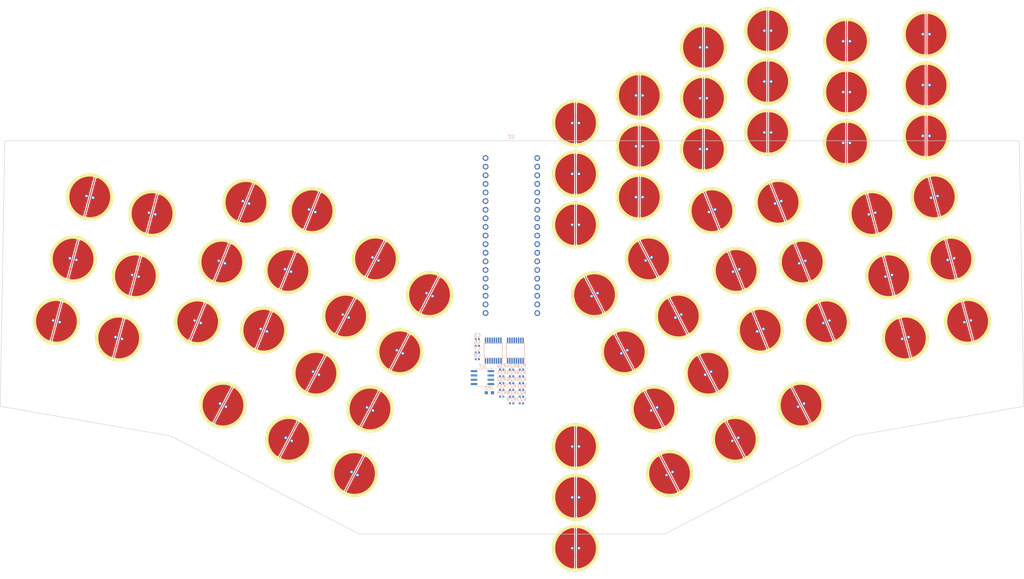
<source format=kicad_pcb>
(kicad_pcb (version 20240108) (generator "pcbnew") (generator_version "8.0")
  (title_block (title "toprebox_prototype") (rev "v1.0.0") (company "Unknown"))
  (layers (0 "F.Cu" signal) (31 "B.Cu" signal) (34 "B.Paste" user) (35 "F.Paste" user) (36 "B.SilkS" user "B.Silkscreen") (37 "F.SilkS" user "F.Silkscreen") (38 "B.Mask" user) (39 "F.Mask" user) (44 "Edge.Cuts" user))
  (net 0 "")
  (net 1 "outerpinky_bottom")
  (net 2 "outerpinky_home")
  (net 3 "outerpinky_top")
  (net 4 "pinky_bottom")
  (net 5 "pinky_home")
  (net 6 "pinky_top")
  (net 7 "ring_bottom")
  (net 8 "ring_home")
  (net 9 "ring_top")
  (net 10 "middle_bottom")
  (net 11 "middle_home")
  (net 12 "middle_top")
  (net 13 "index_bottom")
  (net 14 "index_home")
  (net 15 "index_top")
  (net 16 "inner_bottom")
  (net 17 "inner_home")
  (net 18 "inner_top")
  (net 19 "outer_default")
  (net 20 "middle_default")
  (net 21 "home_default")
  (net 22 "GND")
  (net 23 "+3V3")
  (net 24 "APLEX_OUT_PIN_0")
  (net 25 "Net-(JP2-B)")
  (net 26 "ADC")
  (net 27 "Net-(U5-A0)")
  (net 28 "Net-(U5-A1)")
  (net 29 "Net-(U5-A2)")
  (net 30 "Net-(U5-A3)")
  (net 31 "Net-(U6-A0)")
  (net 32 "Net-(U5-A4)")
  (net 33 "Net-(U6-A1)")
  (net 34 "Net-(U5-A5)")
  (net 35 "Net-(U6-A2)")
  (net 36 "Net-(U5-A6)")
  (net 37 "Net-(U6-A3)")
  (net 38 "Net-(U5-A7)")
  (net 39 "Net-(U6-A5)")
  (net 40 "Net-(U6-A6)")
  (net 41 "Net-(U6-A7)")
  (net 42 "Net-(SW_EC1-Pad1)")
  (net 43 "Net-(SW_EC1-Pad2)")
  (net 44 "Net-(SW_EC11-Pad1)")
  (net 45 "Net-(SW_EC10-Pad1)")
  (net 46 "Net-(SW_EC4-Pad2)")
  (net 47 "Net-(SW_EC7-Pad2)")
  (net 48 "Net-(SW_EC10-Pad2)")
  (net 49 "Net-(SW_EC13-Pad2)")
  (net 50 "Net-(SW_EC16-Pad2)")
  (net 51 "Net-(SW_EC19-Pad1)")
  (net 52 "Net-(SW_EC22-Pad2)")
  (net 53 "Net-(SW_EC25-Pad2)")
  (net 54 "Net-(SW_EC28-Pad2)")
  (net 55 "Net-(SW_EC31-Pad2)")
  (net 56 "Net-(SW_EC35-Pad2)")
  (net 57 "Net-(SW_EC39-Pad2)")
  (net 96 "AMUX_SEL_1")
  (net 97 "AMUX_SEL_0")
  (net 98 "AMUX_SEL_2")
  (net 99 "APLEX_EN_PIN_0")
  (net 100 "APLEX_EN_PIN_1")
  (footprint "footprints:Topre" (layer "B.Cu") (at 171.77 -51.62 180)
    (property "Reference" "SW_EC26" (hide yes))
    (property "Value" "Topre" (hide yes))
  )
  (footprint "footprints:Topre" (layer "B.Cu") (at 190.69 -65.8 180)
    (property "Reference" "SW_EC29" (hide yes))
    (property "Value" "Topre" (hide yes))
  )
  (footprint "footprints:Topre" (layer "B.Cu") (at 152.99 -58.48 180)
    (property "Reference" "SW_EC22" (hide yes))
    (property "Value" "Topre" (hide yes))
  )
  (footprint "footprints:Topre" (layer "B.Cu") (at 219.454059 24.715564 -152.5)
    (property "Reference" "S19" (hide yes))
    (property "Value" "" (hide yes))
  )
  (footprint "footprints:Topre" (layer "B.Cu") (at 76.481933 15.300221 152.5)
    (property "Reference" "SW_EC15" (hide yes))
    (property "Value" "Topre" (hide yes))
  )
  (footprint "Resistor_SMD:R_0402_1005Metric" (layer "B.Cu") (at 137.04131 20.21166 180)
    (property "Reference" "R21")
    (property "Value" "100k")
  )
  (footprint "footprints:Topre" (layer "B.Cu") (at 49.089346 24.715564 152.5)
    (property "Reference" "SW_EC19" (hide yes))
    (property "Value" "Topre" (hide yes))
  )
  (footprint "footprints:Topre" (layer "B.Cu") (at 212.684802 -35.095 -158)
    (property "Reference" "S9" (hide yes))
    (property "Value" "" (hide yes))
  )
  (footprint "footprints:Topre" (layer "B.Cu") (at 28.187714 -31.78762 165)
    (property "Reference" "SW_EC4" (hide yes))
    (property "Value" "Topre" (hide yes))
  )
  (footprint "Package_SO:SOIC-8_3.9x4.9mm_P1.27mm" (layer "B.Cu") (at 125.54131 16.60166 180)
    (property "Reference" "U7")
    (property "Value" "OPA350")
  )
  (footprint "footprints:Topre" (layer "B.Cu") (at 171.77 -66.62 180)
    (property "Reference" "SW_EC25" (hide yes))
    (property "Value" "Topre" (hide yes))
  )
  (footprint "footprints:Topre" (layer "B.Cu") (at 0 0 165)
    (property "Reference" "SW_EC1" (hide yes))
    (property "Value" "Topre" (hide yes))
  )
  (footprint "footprints:Topre" (layer "B.Cu") (at 193.195276 -32.613394 -158)
    (property "Reference" "S12" (hide yes))
    (property "Value" "" (hide yes))
  )
  (footprint "Resistor_SMD:R_0402_1005Metric" (layer "B.Cu") (at 137.04131 16.23166 180)
    (property "Reference" "R19")
    (property "Value" "100k")
  )
  (footprint "footprints:Topre" (layer "B.Cu") (at 200.072873 34.804771 -152.5)
    (property "Reference" "S20" (hide yes))
    (property "Value" "" (hide yes))
  )
  (footprint "footprints:Topre" (layer "B.Cu") (at 232.85 -52.61 180)
    (property "Reference" "SW_EC36" (hide yes))
    (property "Value" "Topre" (hide yes))
  )
  (footprint "footprints:Topre" (layer "B.Cu") (at 258.708282 -36.705182 -165)
    (property "Reference" "S3" (hide yes))
    (property "Value" "" (hide yes))
  )
  (footprint "footprints:Topre" (layer "B.Cu") (at 256.31 -69.69 180)
    (property "Reference" "SW_EC38" (hide yes))
    (property "Value" "Topre" (hide yes))
  )
  (footprint "footprints:TSSOP16" (layer "B.Cu") (at 135.24 8.64 180)
    (property "Reference" "U5")
    (property "Value" "74HC4051")
  )
  (footprint "footprints:Topre" (layer "B.Cu") (at 87.85172 44.893978 152.5)
    (property "Reference" "SW_EC21" (hide yes))
    (property "Value" "Topre" (hide yes))
  )
  (footprint "footprints:Topre" (layer "B.Cu") (at 101.184865 8.994261 152.5)
    (property "Reference" "SW_EC17" (hide yes))
    (property "Value" "Topre" (hide yes))
  )
  (footprint "footprints:Topre" (layer "B.Cu") (at 68.470533 34.804771 152.5)
    (property "Reference" "SW_EC20" (hide yes))
    (property "Value" "Topre" (hide yes))
  )
  (footprint "Capacitor_SMD:C_0402_1005Metric" (layer "B.Cu") (at 124.04131 7.23166 180)
    (property "Reference" "C6")
    (property "Value" "100n")
  )
  (footprint "footprints:Topre" (layer "B.Cu") (at 176.131764 25.847467 -152.5)
    (property "Reference" "S16" (hide yes))
    (property "Value" "" (hide yes))
  )
  (footprint "footprints:Topre" (layer "B.Cu") (at 174.515025 -18.406191 -152.5)
    (property "Reference" "S15" (hide yes))
    (property "Value" "" (hide yes))
  )
  (footprint "Resistor_SMD:R_0402_1005Metric" (layer "B.Cu") (at 134.13131 18.22166 180)
    (property "Reference" "R26")
    (property "Value" "100k")
  )
  (footprint "footprints:Topre" (layer "B.Cu") (at 256.31 -84.69 180)
    (property "Reference" "SW_EC37" (hide yes))
    (property "Value" "Topre" (hide yes))
  )
  (footprint "Resistor_SMD:R_0402_1005Metric" (layer "B.Cu") (at 134.13131 22.20166 180)
    (property "Reference" "R28")
    (property "Value" "100k")
  )
  (footprint "footprints:Topre" (layer "B.Cu") (at 171.77 -36.62 180)
    (property "Reference" "SW_EC27" (hide yes))
    (property "Value" "Topre" (hide yes))
  )
  (footprint "footprints:Topre" (layer "B.Cu") (at 23.270152 -13.435029 165)
    (property "Reference" "SW_EC5" (hide yes))
    (property "Value" "Topre" (hide yes))
  )
  (footprint "footprints:Topre" (layer "B.Cu") (at 209.62 -85.72 180)
    (property "Reference" "SW_EC31" (hide yes))
    (property "Value" "Topre" (hide yes))
  )
  (footprint "footprints:Topre" (layer "B.Cu") (at 158.585316 -7.858945 -152.5)
    (property "Reference" "S18" (hide yes))
    (property "Value" "" (hide yes))
  )
  (footprint "footprints:Topre" (layer "B.Cu") (at 207.430326 2.619593 -158)
    (property "Reference" "S10" (hide yes))
    (property "Value" "" (hide yes))
  )
  (footprint "Resistor_SMD:R_0402_1005Metric" (layer "B.Cu") (at 137.04131 14.24166 180)
    (property "Reference" "R18")
    (property "Value" "100k")
  )
  (footprint "footprints:Topre" (layer "B.Cu") (at 183.288249 -1.552985 -152.5)
    (property "Reference" "S14" (hide yes))
    (property "Value" "" (hide yes))
  )
  (footprint "footprints:Topre" (layer "B.Cu") (at 240.355691 -31.78762 -165)
    (property "Reference" "S6" (hide yes))
    (property "Value" "" (hide yes))
  )
  (footprint "footprints:Topre" (layer "B.Cu") (at 4.917562 -18.352591 165)
    (property "Reference" "SW_EC2" (hide yes))
    (property "Value" "Topre" (hide yes))
  )
  (footprint "Resistor_SMD:R_0402_1005Metric" (layer "B.Cu") (at 131.22131 16.23166 180)
    (property "Reference" "R31")
    (property "Value" "100k")
  )
  (footprint "footprints:Topre" (layer "B.Cu") (at 190.69 -80.8 180)
    (property "Reference" "SW_EC28" (hide yes))
    (property "Value" "Topre" (hide yes))
  )
  (footprint "footprints:Topre" (layer "B.Cu") (at 268.543406 0 -165)
    (property "Reference" "S1" (hide yes))
    (property "Value" "" (hide yes))
  )
  (footprint "footprints:Topre" (layer "B.Cu") (at 153 51.93 180)
    (property "Reference" "SW_EC41" (hide yes))
    (property "Value" "Topre" (hide yes))
  )
  (footprint "footprints:Topre" (layer "B.Cu") (at 167.35854 8.994261 -152.5)
    (property "Reference" "S17" (hide yes))
    (property "Value" "" (hide yes))
  )
  (footprint "footprints:Topre" (layer "B.Cu") (at 263.625844 -18.352591 -165)
    (property "Reference" "S2" (hide yes))
    (property "Value" "" (hide yes))
  )
  (footprint "Resistor_SMD:R_0603_1608Metric_Pad0.98x0.95mm_HandSolder" (layer "B.Cu") (at 127.59131 21.08166 180)
    (property "Reference" "JP2")
    (property "Value" "Ext_Res")
  )
  (footprint "footprints:Topre" (layer "B.Cu") (at 48.741078 -17.478507 158)
    (property "Reference" "SW_EC8" (hide yes))
    (property "Value" "Topre" (hide yes))
  )
  (footprint "footprints:Topre" (layer "B.Cu") (at 200.312801 -14.9969 -158)
    (property "Reference" "S11" (hide yes))
    (property "Value" "" (hide yes))
  )
  (footprint "footprints:Topre" (layer "B.Cu") (at 85.255157 -1.552985 152.5)
    (property "Reference" "SW_EC14" (hide yes))
    (property "Value" "Topre" (hide yes))
  )
  (footprint "footprints:Topre" (layer "B.Cu") (at 180.691686 44.893978 -152.5)
    (property "Reference" "S21" (hide yes))
    (property "Value" "" (hide yes))
  )
  (footprint "footprints:Topre" (layer "B.Cu") (at 68.230605 -14.9969 158)
    (property "Reference" "SW_EC11" (hide yes))
    (property "Value" "Topre" (hide yes))
  )
  (footprint "footprints:Topre" (layer "B.Cu") (at 256.31 -54.69 180)
    (property "Reference" "SW_EC39" (hide yes))
    (property "Value" "Topre" (hide yes))
  )
  (footprint "footprints:Topre" (layer "B.Cu") (at 209.62 -55.72 180)
    (property "Reference" "SW_EC33" (hide yes))
    (property "Value" "Topre" (hide yes))
  )
  (footprint "footprints:Topre" (layer "B.Cu") (at 55.858604 -35.095 158)
    (property "Reference" "SW_EC7" (hide yes))
    (property "Value" "Topre" (hide yes))
  )
  (footprint "footprints:Topre" (layer "B.Cu") (at 61.11308 2.619593 158)
    (property "Reference" "SW_EC12" (hide yes))
    (property "Value" "Topre" (hide yes))
  )
  (footprint "footprints:Topre" (layer "B.Cu") (at 232.85 -82.61 180)
    (property "Reference" "SW_EC34" (hide yes))
    (property "Value" "Topre" (hide yes))
  )
  (footprint "Resistor_SMD:R_0402_1005Metric" (layer "B.Cu") (at 134.13131 24.19166 180)
    (property "Reference" "R29")
    (property "Value" "100k")
  )
  (footprint "footprints:Topre" (layer "B.Cu") (at 18.35259 4.917562 165)
    (property "Reference" "SW_EC6" (hide yes))
    (property "Value" "Topre" (hide yes))
  )
  (footprint "Resistor_SMD:R_0402_1005Metric" (layer "B.Cu") (at 134.13131 14.24166 180)
    (property "Reference" "R24")
    (property "Value" "100k")
  )
  (footprint "footprints:Topre" (layer "B.Cu") (at 245.273253 -13.435029 -165)
    (property "Reference" "S5" (hide yes))
    (property "Value" "" (hide yes))
  )
  (footprint "footprints:Topre" (layer "B.Cu") (at 75.34813 -32.613394 158)
    (property "Reference" "SW_EC10" (hide yes))
    (property "Value" "Topre" (hide yes))
  )
  (footprint "footprints:Topre" (layer "B.Cu") (at 92.411642 25.847467 152.5)
    (property "Reference" "SW_EC18" (hide yes))
    (property "Value" "Topre" (hide yes))
  )
  (footprint "footprints:TSSOP16" (layer "B.Cu") (at 128.7286 8.64 180)
    (property "Reference" "U6")
    (property "Value" "74HC4051")
  )
  (footprint "footprints:Topre" (layer "B.Cu") (at 219.802327 -17.478507 -158)
    (property "Reference" "S8" (hide yes))
    (property "Value" "" (hide yes))
  )
  (footprint "footprints:Topre" (layer "B.Cu") (at 226.919852 0.137987 -158)
    (property "Reference" "S7" (hide yes))
    (property "Value" "" (hide yes))
  )
  (footprint "Resistor_SMD:R_0402_1005Metric" (layer "B.Cu") (at 131.22131 20.21166 180)
    (property "Reference" "R33")
    (property "Value" "1k")
  )
  (footprint "Capacitor_SMD:C_0402_1005Metric" (layer "B.Cu") (at 124.04131 11.17166 180)
    (property "Reference" "C8")
    (property "Value" "100n")
  )
  (footprint "footprints:Topre" (layer "B.Cu") (at 9.835123 -36.705182 165)
    (property "Reference" "SW_EC3" (hide yes))
    (property "Value" "Topre" (hide yes))
  )
  (footprint "footprints:Topre" (layer "B.Cu") (at 94.028381 -18.406191 152.5)
    (property "Reference" "SW_EC13" (hide yes))
    (property "Value" "Topre" (hide yes))
  )
  (footprint "footprints:Topre" (layer "B.Cu") (at 152.99 -28.48 180)
    (property "Reference" "SW_EC24" (hide yes))
    (property "Value" "Topre" (hide yes))
  )
  (footprint "Resistor_SMD:R_0402_1005Metric" (layer "B.Cu") (at 131.22131 22.20166 180)
    (property "Reference" "R34")
    (property "Value" "100k")
  )
  (footprint "footprints:Topre" (layer "B.Cu") (at 209.62 -70.72 180)
    (property "Reference" "SW_EC32" (hide yes))
    (property "Value" "Topre" (hide yes))
  )
  (footprint "footprints:Topre" (layer "B.Cu") (at 109.958089 -7.858945 152.5)
    (property "Reference" "SW_EC16" (hide yes))
    (property "Value" "Topre" (hide yes))
  )
  (footprint "footprints:Topre" (layer "B.Cu") (at 250.190815 4.917562 -165)
    (property "Reference" "S4" (hide yes))
    (property "Value" "" (hide yes))
  )
  (footprint "Resistor_SMD:R_0402_1005Metric" (layer "B.Cu") (at 134.13131 16.23166 180)
    (property "Reference" "R25")
    (property "Value" "100k")
  )
  (footprint "Resistor_SMD:R_0402_1005Metric" (layer "B.Cu") (at 131.22131 18.22166 180)
    (property "Reference" "R32")
    (property "Value" "100k")
  )
  (footprint "Resistor_SMD:R_0402_1005Metric" (layer "B.Cu") (at 134.13131 20.21166 180)
    (property "Reference" "R27")
    (property "Value" "100k")
  )
  (footprint "footprints:Topre" (layer "B.Cu") (at 152.99 -43.48 180)
    (property "Reference" "SW_EC23" (hide yes))
    (property "Value" "Topre" (hide yes))
  )
  (footprint "Resistor_SMD:R_0402_1005Metric" (layer "B.Cu") (at 137.04131 18.22166 180)
    (property "Reference" "R20")
    (property "Value" "100k")
  )
  (footprint "Capacitor_SMD:C_0402_1005Metric" (layer "B.Cu") (at 124.04131 5.26166 180)
    (property "Reference" "C5")
    (property "Value" "100n")
  )
  (footprint "Resistor_SMD:R_0402_1005Metric" (layer "B.Cu") (at 137.04131 22.20166 180)
    (property "Reference" "R22")
    (property "Value" "100k")
  )
  (footprint "footprints:Topre" (layer "B.Cu") (at 153 66.93 180)
    (property "Reference" "SW_EC42" (hide yes))
    (property "Value" "Topre" (hide yes))
  )
  (footprint "footprints:Topre" (layer "B.Cu") (at 190.69 -50.8 180)
    (property "Reference" "SW_EC30" (hide yes))
    (property "Value" "Topre" (hide yes))
  )
  (footprint "footprints:Topre" (layer "B.Cu") (at 153 36.93 180)
    (property "Reference" "SW_EC40" (hide yes))
    (property "Value" "Topre" (hide yes))
  )
  (footprint "Capacitor_SMD:C_0402_1005Metric" (layer "B.Cu") (at 124.04131 9.20166 180)
    (property "Reference" "C7")
    (property "Value" "220p")
  )
  (footprint "Resistor_SMD:R_0402_1005Metric" (layer "B.Cu") (at 131.22131 14.24166 180)
    (property "Reference" "R30")
    (property "Value" "100k")
  )
  (footprint "footprints:Topre" (layer "B.Cu") (at 232.85 -67.61 180)
    (property "Reference" "SW_EC35" (hide yes))
    (property "Value" "Topre" (hide yes))
  )
  (footprint "footprints:Topre" (layer "B.Cu") (at 41.623553 0.137987 158)
    (property "Reference" "SW_EC9" (hide yes))
    (property "Value" "Topre" (hide yes))
  )
  (footprint "footprints:WeAct_BlackPill_without_SWD_First_Row" (layer "B.Cu") (at 141.71 -50.69 180)
    (property "Reference" "U2")
    (property "Value" "BlackPill_STLINK" (hide yes))
  )
  (footprint "footprints:Topre" (layer "B.Cu") (at 192.061472 15.300221 -152.5)
    (property "Reference" "S13" (hide yes))
    (property "Value" "" (hide yes))
  )
  (footprint "Resistor_SMD:R_0402_1005Metric" (layer "B.Cu") (at 137.04131 24.19166 180)
    (property "Reference" "R23")
    (property "Value" "100k")
  )
  (gr_line (start 179.283662 62.763155) (end 89.259744 62.763155) (stroke (width 0.15)) (layer "Edge.Cuts"))
  (gr_line (start -16.552638 25.070105) (end -15.234981 -53.25782) (stroke (width 0.15)) (layer "Edge.Cuts"))
  (gr_line (start 234.899242 33.811517) (end 179.283662 62.763155) (stroke (width 0.15)) (layer "Edge.Cuts"))
  (gr_line (start 33.644165 33.811517) (end -16.552638 25.070105) (stroke (width 0.15)) (layer "Edge.Cuts"))
  (gr_line (start 89.259744 62.763155) (end 33.644165 33.811517) (stroke (width 0.15)) (layer "Edge.Cuts"))
  (gr_line (start 285.096045 25.070105) (end 234.899242 33.811517) (stroke (width 0.15)) (layer "Edge.Cuts"))
  (gr_line (start -15.234981 -53.25782) (end 283.778388 -53.25782) (stroke (width 0.15)) (layer "Edge.Cuts"))
  (gr_line (start 283.778388 -53.25782) (end 285.096045 25.070105) (stroke (width 0.15)) (layer "Edge.Cuts"))
)
</source>
